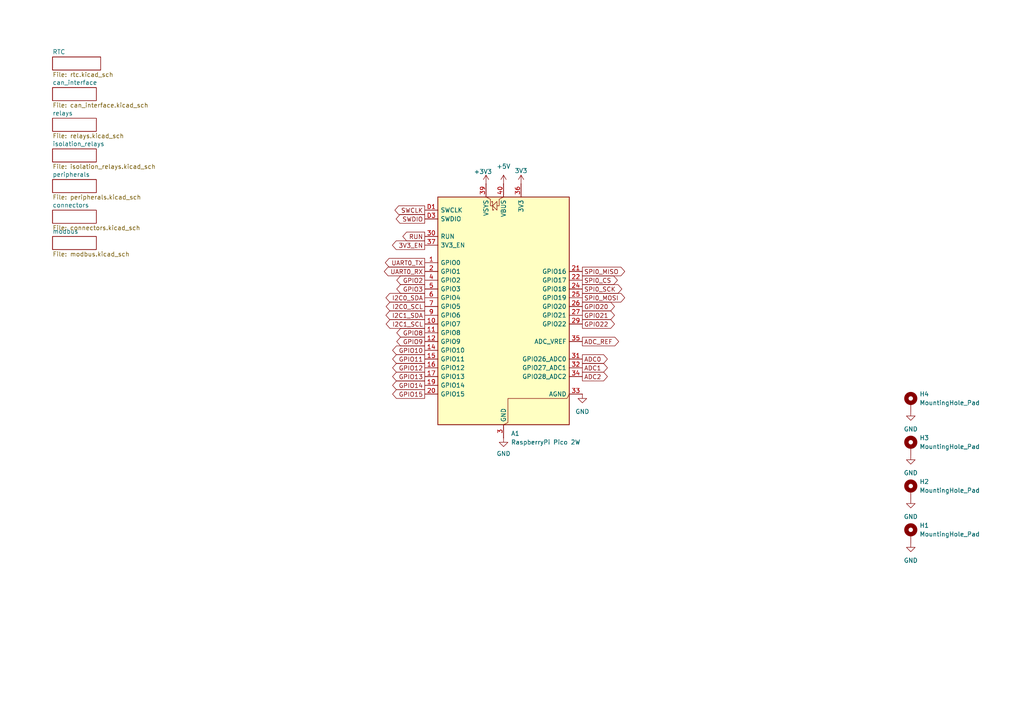
<source format=kicad_sch>
(kicad_sch (version 20250114) (generator "eeschema") (generator_version "9.0")
  (paper "A4")
  (title_block (title "Pico-CAN") (date "2025-10-26") (rev "1.0") (company "PKl"))
  (lib_symbols
    (symbol "MCU_Module:RaspberryPi_Pico_W_Debug" (pin_names (offset 0.762))
      (property "Reference" "A" (at -19.05 35.56 0))
      (property "Value" "RaspberryPi_Pico_W" (at 7.62 35.56 0))
      (symbol "RaspberryPi_Pico_W_Debug_0_1"
        (rectangle (start -19.05 34.29) (end 19.05 -31.75) (stroke (width 0.254)) (fill (type background)))
        (polyline (pts (xy -5.08 34.29) (xy -3.81 33.655) (xy -3.81 31.75) (xy -3.175 31.75)))
        (polyline (pts (xy -3.429 32.766) (xy -3.429 33.02) (xy -3.175 33.02) (xy -3.175 30.48) (xy -2.921 30.48) (xy -2.921 30.734)))
        (polyline (pts (xy -3.175 31.75) (xy -1.905 33.02) (xy -1.905 30.48) (xy -3.175 31.75)))
        (polyline (pts (xy 0 34.29) (xy -1.27 33.655) (xy -1.27 31.75) (xy -1.905 31.75)))
        (polyline (pts (xy 0 -31.75) (xy 1.27 -31.115) (xy 1.27 -24.13) (xy 18.415 -24.13) (xy 19.05 -22.86)))
      )
      (symbol "RaspberryPi_Pico_W_Debug_1_1"
        (pin input line (at -22.86 30.48 0) (length 3.81) (name "SWCLK") (number "D1"))
        (pin bidirectional line (at -22.86 27.94 0) (length 3.81) (name "SWDIO") (number "D3"))
        (pin passive line (at -22.86 22.86 0) (length 3.81) (name "RUN") (number "30"))
        (pin passive line (at -22.86 20.32 0) (length 3.81) (name "3V3_EN") (number "37"))
        (pin bidirectional line (at -22.86 15.24 0) (length 3.81) (name "GPIO0") (number "1"))
        (pin bidirectional line (at -22.86 12.7 0) (length 3.81) (name "GPIO1") (number "2"))
        (pin bidirectional line (at -22.86 10.16 0) (length 3.81) (name "GPIO2") (number "4"))
        (pin bidirectional line (at -22.86 7.62 0) (length 3.81) (name "GPIO3") (number "5"))
        (pin bidirectional line (at -22.86 5.08 0) (length 3.81) (name "GPIO4") (number "6"))
        (pin bidirectional line (at -22.86 2.54 0) (length 3.81) (name "GPIO5") (number "7"))
        (pin bidirectional line (at -22.86 0 0) (length 3.81) (name "GPIO6") (number "9"))
        (pin bidirectional line (at -22.86 -2.54 0) (length 3.81) (name "GPIO7") (number "10"))
        (pin bidirectional line (at -22.86 -5.08 0) (length 3.81) (name "GPIO8") (number "11"))
        (pin bidirectional line (at -22.86 -7.62 0) (length 3.81) (name "GPIO9") (number "12"))
        (pin bidirectional line (at -22.86 -10.16 0) (length 3.81) (name "GPIO10") (number "14"))
        (pin bidirectional line (at -22.86 -12.7 0) (length 3.81) (name "GPIO11") (number "15"))
        (pin bidirectional line (at -22.86 -15.24 0) (length 3.81) (name "GPIO12") (number "16"))
        (pin bidirectional line (at -22.86 -17.78 0) (length 3.81) (name "GPIO13") (number "17"))
        (pin bidirectional line (at -22.86 -20.32 0) (length 3.81) (name "GPIO14") (number "19"))
        (pin bidirectional line (at -22.86 -22.86 0) (length 3.81) (name "GPIO15") (number "20"))
        (pin power_in line (at -5.08 38.1 270) (length 3.81) (name "VSYS") (number "39"))
        (pin power_out line (at 0 38.1 270) (length 3.81) (name "VBUS") (number "40"))
        (pin passive line (at 0 -35.56 90) (length 3.81) (hide yes) (name "GND") (number "13"))
        (pin passive line (at 0 -35.56 90) (length 3.81) (hide yes) (name "GND") (number "18"))
        (pin passive line (at 0 -35.56 90) (length 3.81) (hide yes) (name "GND") (number "23"))
        (pin passive line (at 0 -35.56 90) (length 3.81) (hide yes) (name "GND") (number "28"))
        (pin power_out line (at 0 -35.56 90) (length 3.81) (name "GND") (number "3"))
        (pin passive line (at 0 -35.56 90) (length 3.81) (hide yes) (name "GND") (number "38"))
        (pin passive line (at 0 -35.56 90) (length 3.81) (hide yes) (name "GND") (number "8"))
        (pin passive line (at 0 -35.56 90) (length 3.81) (hide yes) (name "GND") (number "D2"))
        (pin power_out line (at 5.08 38.1 270) (length 3.81) (name "3V3") (number "36"))
        (pin bidirectional line (at 22.86 12.7 180) (length 3.81) (name "GPIO16") (number "21"))
        (pin bidirectional line (at 22.86 10.16 180) (length 3.81) (name "GPIO17") (number "22"))
        (pin bidirectional line (at 22.86 7.62 180) (length 3.81) (name "GPIO18") (number "24"))
        (pin bidirectional line (at 22.86 5.08 180) (length 3.81) (name "GPIO19") (number "25"))
        (pin bidirectional line (at 22.86 2.54 180) (length 3.81) (name "GPIO20") (number "26"))
        (pin bidirectional line (at 22.86 0 180) (length 3.81) (name "GPIO21") (number "27"))
        (pin bidirectional line (at 22.86 -2.54 180) (length 3.81) (name "GPIO22") (number "29"))
        (pin power_in line (at 22.86 -7.62 180) (length 3.81) (name "ADC_VREF") (number "35"))
        (pin bidirectional line (at 22.86 -12.7 180) (length 3.81) (name "GPIO26_ADC0") (number "31"))
        (pin bidirectional line (at 22.86 -15.24 180) (length 3.81) (name "GPIO27_ADC1") (number "32"))
        (pin bidirectional line (at 22.86 -17.78 180) (length 3.81) (name "GPIO28_ADC2") (number "34"))
        (pin power_out line (at 22.86 -22.86 180) (length 3.81) (name "AGND") (number "33"))
      )
    )
    (symbol "Mechanical:MountingHole_Pad" (pin_numbers (hide yes)) (pin_names (offset 1.016) (hide yes)) (in_bom no)
      (property "Reference" "H" (at 0 6.35 0))
      (property "Value" "MountingHole_Pad" (at 0 4.445 0))
      (symbol "MountingHole_Pad_0_1"
        (circle (center 0 1.27) (radius 1.27) (stroke (width 1.27)))
      )
      (symbol "MountingHole_Pad_1_1"
        (pin input line (at 0 -2.54 90) (length 2.54) (name "1") (number "1"))
      )
    )
    (symbol "power:+3.3V" (power) (pin_numbers (hide yes)) (pin_names (offset 0) (hide yes))
      (property "Value" "+3.3V" (at 0 3.556 0))
      (symbol "+3.3V_0_1"
        (polyline (pts (xy -0.762 1.27) (xy 0 2.54)))
        (polyline (pts (xy 0 2.54) (xy 0.762 1.27)))
        (polyline (pts (xy 0 0) (xy 0 2.54)))
      )
      (symbol "+3.3V_1_1"
        (pin power_in line (at 0 0 90) (length 0) (name "~") (number "1"))
      )
    )
    (symbol "power:+5V" (power) (pin_numbers (hide yes)) (pin_names (offset 0) (hide yes))
      (property "Value" "+5V" (at 0 3.556 0))
      (symbol "+5V_0_1"
        (polyline (pts (xy -0.762 1.27) (xy 0 2.54)))
        (polyline (pts (xy 0 2.54) (xy 0.762 1.27)))
        (polyline (pts (xy 0 0) (xy 0 2.54)))
      )
      (symbol "+5V_1_1"
        (pin power_in line (at 0 0 90) (length 0) (name "~") (number "1"))
      )
    )
    (symbol "power:GND" (power) (pin_numbers (hide yes)) (pin_names (offset 0) (hide yes))
      (property "Value" "GND" (at 0 -3.81 0))
      (symbol "GND_0_1"
        (polyline (pts (xy 0 0) (xy 0 -1.27) (xy 1.27 -1.27) (xy 0 -2.54) (xy -1.27 -1.27) (xy 0 -1.27)))
      )
      (symbol "GND_1_1"
        (pin power_in line (at 0 0 270) (length 0) (name "~") (number "1"))
      )
    )
  )
  (global_label "GPIO15" (shape output) (at 123.19 114.3 180) (property "Intersheetrefs" "${INTERSHEET_REFS}" (effects (hide yes))))
  (global_label "GPIO13" (shape output) (at 123.19 109.22 180) (property "Intersheetrefs" "${INTERSHEET_REFS}" (effects (hide yes))))
  (global_label "3V3_EN" (shape output) (at 123.19 71.12 180) (property "Intersheetrefs" "${INTERSHEET_REFS}" (effects (hide yes))))
  (global_label "GPIO21" (shape output) (at 168.91 91.44 0) (property "Intersheetrefs" "${INTERSHEET_REFS}" (effects (hide yes))))
  (global_label "GPIO12" (shape output) (at 123.19 106.68 180) (property "Intersheetrefs" "${INTERSHEET_REFS}" (effects (hide yes))))
  (global_label "GPIO8" (shape output) (at 123.19 96.52 180) (property "Intersheetrefs" "${INTERSHEET_REFS}" (effects (hide yes))))
  (global_label "SPI0_SCK" (shape output) (at 168.91 83.82 0) (property "Intersheetrefs" "${INTERSHEET_REFS}" (effects (hide yes))))
  (global_label "GPIO11" (shape output) (at 123.19 104.14 180) (property "Intersheetrefs" "${INTERSHEET_REFS}" (effects (hide yes))))
  (global_label "SPI0_MISO" (shape output) (at 168.91 78.74 0) (property "Intersheetrefs" "${INTERSHEET_REFS}" (effects (hide yes))))
  (global_label "SPI0_CS" (shape output) (at 168.91 81.28 0) (property "Intersheetrefs" "${INTERSHEET_REFS}" (effects (hide yes))))
  (global_label "RUN" (shape output) (at 123.19 68.58 180) (property "Intersheetrefs" "${INTERSHEET_REFS}" (effects (hide yes))))
  (global_label "GPIO14" (shape output) (at 123.19 111.76 180) (property "Intersheetrefs" "${INTERSHEET_REFS}" (effects (hide yes))))
  (global_label "ADC1" (shape output) (at 168.91 106.68 0) (property "Intersheetrefs" "${INTERSHEET_REFS}" (effects (hide yes))))
  (global_label "UART0_TX" (shape output) (at 123.19 76.2 180) (property "Intersheetrefs" "${INTERSHEET_REFS}" (effects (hide yes))))
  (global_label "I2C0_SDA" (shape output) (at 123.19 86.36 180) (property "Intersheetrefs" "${INTERSHEET_REFS}" (effects (hide yes))))
  (global_label "ADC0" (shape output) (at 168.91 104.14 0) (property "Intersheetrefs" "${INTERSHEET_REFS}" (effects (hide yes))))
  (global_label "GPIO9" (shape output) (at 123.19 99.06 180) (property "Intersheetrefs" "${INTERSHEET_REFS}" (effects (hide yes))))
  (global_label "SPI0_MOSI" (shape output) (at 168.91 86.36 0) (property "Intersheetrefs" "${INTERSHEET_REFS}" (effects (hide yes))))
  (global_label "SWCLK" (shape output) (at 123.19 60.96 180) (property "Intersheetrefs" "${INTERSHEET_REFS}" (effects (hide yes))))
  (global_label "GPIO22" (shape output) (at 168.91 93.98 0) (property "Intersheetrefs" "${INTERSHEET_REFS}" (effects (hide yes))))
  (global_label "I2C1_SCL" (shape output) (at 123.19 93.98 180) (property "Intersheetrefs" "${INTERSHEET_REFS}" (effects (hide yes))))
  (global_label "ADC_REF" (shape output) (at 168.91 99.06 0) (property "Intersheetrefs" "${INTERSHEET_REFS}" (effects (hide yes))))
  (global_label "GPIO20" (shape output) (at 168.91 88.9 0) (property "Intersheetrefs" "${INTERSHEET_REFS}" (effects (hide yes))))
  (global_label "ADC2" (shape output) (at 168.91 109.22 0) (property "Intersheetrefs" "${INTERSHEET_REFS}" (effects (hide yes))))
  (global_label "UART0_RX" (shape output) (at 123.19 78.74 180) (property "Intersheetrefs" "${INTERSHEET_REFS}" (effects (hide yes))))
  (global_label "GPIO10" (shape output) (at 123.19 101.6 180) (property "Intersheetrefs" "${INTERSHEET_REFS}" (effects (hide yes))))
  (global_label "GPIO2" (shape output) (at 123.19 81.28 180) (property "Intersheetrefs" "${INTERSHEET_REFS}" (effects (hide yes))))
  (global_label "I2C1_SDA" (shape output) (at 123.19 91.44 180) (property "Intersheetrefs" "${INTERSHEET_REFS}" (effects (hide yes))))
  (global_label "I2C0_SCL" (shape output) (at 123.19 88.9 180) (property "Intersheetrefs" "${INTERSHEET_REFS}" (effects (hide yes))))
  (global_label "SWDIO" (shape output) (at 123.19 63.5 180) (property "Intersheetrefs" "${INTERSHEET_REFS}" (effects (hide yes))))
  (global_label "GPIO3" (shape output) (at 123.19 83.82 180) (property "Intersheetrefs" "${INTERSHEET_REFS}" (effects (hide yes))))
  (symbol (lib_id "power:GND") (at 264.16 144.78 0) (unit 1)
    (property "Reference" "#PWR077" (effects (hide yes)))
    (property "Value" "GND" (at 264.16 149.86 0))
    (property "Description" "Power symbol creates a global label with name \"GND\" , ground" (effects (hide yes)))
  )
  (symbol (lib_id "Mechanical:MountingHole_Pad") (at 264.16 116.84 0) (unit 1) (in_bom no)
    (property "Reference" "H4" (at 266.7 114.2999 0) (effects (justify left)))
    (property "Value" "MountingHole_Pad" (at 266.7 116.8399 0) (effects (justify left)))
    (property "Footprint" "MountingHole:MountingHole_3.2mm_M3_DIN965_Pad" (effects (hide yes)))
    (property "Description" "Mounting Hole with connection" (effects (hide yes)))
  )
  (symbol (lib_id "Mechanical:MountingHole_Pad") (at 264.16 129.54 0) (unit 1) (in_bom no)
    (property "Reference" "H3" (at 266.7 126.9999 0) (effects (justify left)))
    (property "Value" "MountingHole_Pad" (at 266.7 129.5399 0) (effects (justify left)))
    (property "Footprint" "MountingHole:MountingHole_3.2mm_M3_DIN965_Pad" (effects (hide yes)))
    (property "Description" "Mounting Hole with connection" (effects (hide yes)))
  )
  (symbol (lib_id "power:+5V") (at 146.05 53.34 0) (unit 1)
    (property "Reference" "#PWR04" (effects (hide yes)))
    (property "Value" "+5V" (at 146.05 48.26 0))
    (property "Description" "Power symbol creates a global label with name \"+5V\"" (effects (hide yes)))
  )
  (symbol (lib_id "power:GND") (at 264.16 157.48 0) (unit 1)
    (property "Reference" "#PWR078" (effects (hide yes)))
    (property "Value" "GND" (at 264.16 162.56 0))
    (property "Description" "Power symbol creates a global label with name \"GND\" , ground" (effects (hide yes)))
  )
  (symbol (lib_id "power:GND") (at 264.16 119.38 0) (unit 1)
    (property "Reference" "#PWR0132" (effects (hide yes)))
    (property "Value" "GND" (at 264.16 124.46 0))
    (property "Description" "Power symbol creates a global label with name \"GND\" , ground" (effects (hide yes)))
  )
  (symbol (lib_id "Mechanical:MountingHole_Pad") (at 264.16 142.24 0) (unit 1) (in_bom no)
    (property "Reference" "H2" (at 266.7 139.6999 0) (effects (justify left)))
    (property "Value" "MountingHole_Pad" (at 266.7 142.2399 0) (effects (justify left)))
    (property "Footprint" "MountingHole:MountingHole_3.2mm_M3_DIN965_Pad" (effects (hide yes)))
    (property "Description" "Mounting Hole with connection" (effects (hide yes)))
  )
  (symbol (lib_id "power:GND") (at 146.05 127 0) (unit 1)
    (property "Reference" "#PWR01" (effects (hide yes)))
    (property "Value" "GND" (at 146.05 131.572 0))
    (property "Description" "Power symbol creates a global label with name \"GND\" , ground" (effects (hide yes)))
  )
  (symbol (lib_id "power:GND") (at 264.16 132.08 0) (unit 1)
    (property "Reference" "#PWR0131" (effects (hide yes)))
    (property "Value" "GND" (at 264.16 137.16 0))
    (property "Description" "Power symbol creates a global label with name \"GND\" , ground" (effects (hide yes)))
  )
  (symbol (lib_id "power:+3.3V") (at 151.13 53.34 0) (unit 1)
    (property "Reference" "#PWR03" (effects (hide yes)))
    (property "Value" "3V3" (at 151.13 49.53 0))
    (property "Description" "Power symbol creates a global label with name \"+3.3V\"" (effects (hide yes)))
  )
  (symbol (lib_id "Mechanical:MountingHole_Pad") (at 264.16 154.94 0) (unit 1) (in_bom no)
    (property "Reference" "H1" (at 266.7 152.3999 0) (effects (justify left)))
    (property "Value" "MountingHole_Pad" (at 266.7 154.9399 0) (effects (justify left)))
    (property "Footprint" "MountingHole:MountingHole_3.2mm_M3_DIN965_Pad" (effects (hide yes)))
    (property "Description" "Mounting Hole with connection" (effects (hide yes)))
  )
  (symbol (lib_id "MCU_Module:RaspberryPi_Pico_W_Debug") (at 146.05 91.44 0) (unit 1)
    (property "Reference" "A1" (at 148.1933 125.73 0) (effects (justify left)))
    (property "Value" "RaspberryPi Pico 2W" (at 148.1933 128.27 0) (effects (justify left)))
    (property "Footprint" "Library:RaspberryPi_Pico_Common_Unspecified" (effects (hide yes)))
    (property "Datasheet" "https://datasheets.raspberrypi.com/picow/pico-w-datasheet.pdf" (effects (hide yes)))
    (property "Description" "Versatile and inexpensive wireless microcontroller module (with debug pins) powered by RP2040 dual-core Arm Cortex-M0+ processor up to 133 MHz, 264kB SRAM, 2MB QSPI flash, Infineon CYW43439 2.4GHz 802.11n wireless LAN; also supports Raspberry Pi Pico 2 W" (effects (hide yes)))
  )
  (symbol (lib_id "power:+3.3V") (at 140.97 53.34 0) (unit 1)
    (property "Reference" "#PWR016" (effects (hide yes)))
    (property "Value" "+3V3" (at 137.414 49.784 0) (effects (justify left)))
    (property "Description" "Power symbol creates a global label with name \"+3.3V\"" (effects (hide yes)))
  )
  (symbol (lib_id "power:GND") (at 168.91 114.3 0) (unit 1)
    (property "Reference" "#PWR02" (effects (hide yes)))
    (property "Value" "GND" (at 168.91 119.38 0))
    (property "Description" "Power symbol creates a global label with name \"GND\" , ground" (effects (hide yes)))
  )
  (sheet (at 15.24 60.96) (size 12.7 3.81) (stroke (width 0.1524))
    (property "Sheetname" "connectors" (at 15.24 60.2484 0) (effects (justify left bottom)))
    (property "Sheetfile" "connectors.kicad_sch" (at 15.24 65.3546 0) (effects (justify left top)))
  )
  (sheet (at 15.24 25.4) (size 12.7 3.81) (stroke (width 0.1524))
    (property "Sheetname" "can_interface" (at 15.24 24.6884 0) (effects (justify left bottom)))
    (property "Sheetfile" "can_interface.kicad_sch" (at 15.24 29.7946 0) (effects (justify left top)))
  )
  (sheet (at 15.24 68.58) (size 12.7 3.81) (stroke (width 0.1524))
    (property "Sheetname" "modbus" (at 15.24 67.8684 0) (effects (justify left bottom)))
    (property "Sheetfile" "modbus.kicad_sch" (at 15.24 72.9746 0) (effects (justify left top)))
  )
  (sheet (at 15.24 43.18) (size 12.7 3.81) (stroke (width 0.1524))
    (property "Sheetname" "isolation_relays" (at 15.24 42.4684 0) (effects (justify left bottom)))
    (property "Sheetfile" "isolation_relays.kicad_sch" (at 15.24 47.5746 0) (effects (justify left top)))
  )
  (sheet (at 15.24 52.07) (size 12.7 3.81) (stroke (width 0.1524))
    (property "Sheetname" "peripherals" (at 15.24 51.3584 0) (effects (justify left bottom)))
    (property "Sheetfile" "peripherals.kicad_sch" (at 15.24 56.4646 0) (effects (justify left top)))
  )
  (sheet (at 15.24 34.29) (size 12.7 3.81) (stroke (width 0.1524))
    (property "Sheetname" "relays" (at 15.24 33.5784 0) (effects (justify left bottom)))
    (property "Sheetfile" "relays.kicad_sch" (at 15.24 38.6846 0) (effects (justify left top)))
  )
  (sheet (at 15.24 16.51) (size 13.97 3.81) (stroke (width 0.1524))
    (property "Sheetname" "RTC" (at 15.24 15.7984 0) (effects (justify left bottom)))
    (property "Sheetfile" "rtc.kicad_sch" (at 15.24 20.9046 0) (effects (justify left top)))
  )
)
</source>
